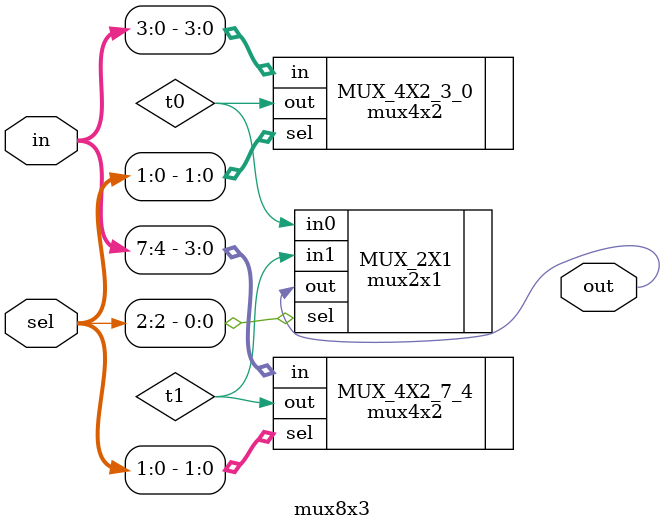
<source format=v>
`timescale 1ns / 1ps


module mux8x3(
    output out,
    input [7:0] in,
    input [2:0] sel
    );
    
    wire t0, t1;
    
    mux4x2 MUX_4X2_3_0(.out(t0), .in(in[3:0]), .sel(sel[1:0]));
    mux4x2 MUX_4X2_7_4(.out(t1), .in(in[7:4]), .sel(sel[1:0]));
    mux2x1 MUX_2X1(.out(out), .in0(t0), .in1(t1), .sel(sel[2]));
endmodule

</source>
